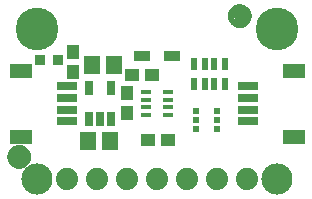
<source format=gbr>
G04 EAGLE Gerber RS-274X export*
G75*
%MOMM*%
%FSLAX34Y34*%
%LPD*%
%INSoldermask Top*%
%IPPOS*%
%AMOC8*
5,1,8,0,0,1.08239X$1,22.5*%
G01*
%ADD10C,2.641600*%
%ADD11R,1.341600X1.601600*%
%ADD12R,0.651600X1.301600*%
%ADD13R,1.101600X1.176600*%
%ADD14R,0.551600X1.001600*%
%ADD15R,0.601600X0.601600*%
%ADD16R,0.601600X0.501600*%
%ADD17C,3.617600*%
%ADD18R,1.651600X0.701600*%
%ADD19R,1.901600X1.301600*%
%ADD20C,1.101600*%
%ADD21C,0.500000*%
%ADD22R,0.901600X0.901600*%
%ADD23R,1.176600X1.101600*%
%ADD24R,1.451600X0.901600*%
%ADD25C,1.879600*%
%ADD26R,0.826600X0.451600*%


D10*
X25400Y25400D03*
X228600Y25400D03*
D11*
X67970Y57150D03*
X86970Y57150D03*
D12*
X69240Y75899D03*
X78740Y75899D03*
X88240Y75899D03*
X88240Y101901D03*
X69240Y101901D03*
D11*
X71780Y121920D03*
X90780Y121920D03*
D13*
X101600Y97654D03*
X101600Y80654D03*
D14*
X184450Y105800D03*
X184450Y122800D03*
X175450Y105800D03*
X167450Y105800D03*
X158450Y105800D03*
X158450Y122800D03*
X175450Y122800D03*
X167450Y122800D03*
D15*
X177910Y67430D03*
D16*
X177910Y74930D03*
D15*
X177910Y82430D03*
X159910Y82430D03*
D16*
X159910Y74930D03*
D15*
X159910Y67430D03*
D17*
X25400Y152400D03*
X228600Y152400D03*
D18*
X203460Y83900D03*
X203460Y93900D03*
X203460Y73900D03*
X203460Y103900D03*
D19*
X242460Y60900D03*
X242460Y116900D03*
D18*
X50540Y93900D03*
X50540Y83900D03*
X50540Y103900D03*
X50540Y73900D03*
D19*
X11540Y116900D03*
X11540Y60900D03*
D20*
X10160Y43815D03*
D21*
X10160Y51315D02*
X9979Y51313D01*
X9798Y51306D01*
X9617Y51295D01*
X9436Y51280D01*
X9256Y51260D01*
X9076Y51236D01*
X8897Y51208D01*
X8719Y51175D01*
X8542Y51138D01*
X8365Y51097D01*
X8190Y51052D01*
X8015Y51002D01*
X7842Y50948D01*
X7671Y50890D01*
X7500Y50828D01*
X7332Y50761D01*
X7165Y50691D01*
X6999Y50617D01*
X6836Y50538D01*
X6675Y50456D01*
X6515Y50370D01*
X6358Y50280D01*
X6203Y50186D01*
X6050Y50089D01*
X5900Y49987D01*
X5752Y49883D01*
X5606Y49774D01*
X5464Y49663D01*
X5324Y49547D01*
X5187Y49429D01*
X5052Y49307D01*
X4921Y49182D01*
X4793Y49054D01*
X4668Y48923D01*
X4546Y48788D01*
X4428Y48651D01*
X4312Y48511D01*
X4201Y48369D01*
X4092Y48223D01*
X3988Y48075D01*
X3886Y47925D01*
X3789Y47772D01*
X3695Y47617D01*
X3605Y47460D01*
X3519Y47300D01*
X3437Y47139D01*
X3358Y46976D01*
X3284Y46810D01*
X3214Y46643D01*
X3147Y46475D01*
X3085Y46304D01*
X3027Y46133D01*
X2973Y45960D01*
X2923Y45785D01*
X2878Y45610D01*
X2837Y45433D01*
X2800Y45256D01*
X2767Y45078D01*
X2739Y44899D01*
X2715Y44719D01*
X2695Y44539D01*
X2680Y44358D01*
X2669Y44177D01*
X2662Y43996D01*
X2660Y43815D01*
X10160Y51315D02*
X10341Y51313D01*
X10522Y51306D01*
X10703Y51295D01*
X10884Y51280D01*
X11064Y51260D01*
X11244Y51236D01*
X11423Y51208D01*
X11601Y51175D01*
X11778Y51138D01*
X11955Y51097D01*
X12130Y51052D01*
X12305Y51002D01*
X12478Y50948D01*
X12649Y50890D01*
X12820Y50828D01*
X12988Y50761D01*
X13155Y50691D01*
X13321Y50617D01*
X13484Y50538D01*
X13645Y50456D01*
X13805Y50370D01*
X13962Y50280D01*
X14117Y50186D01*
X14270Y50089D01*
X14420Y49987D01*
X14568Y49883D01*
X14714Y49774D01*
X14856Y49663D01*
X14996Y49547D01*
X15133Y49429D01*
X15268Y49307D01*
X15399Y49182D01*
X15527Y49054D01*
X15652Y48923D01*
X15774Y48788D01*
X15892Y48651D01*
X16008Y48511D01*
X16119Y48369D01*
X16228Y48223D01*
X16332Y48075D01*
X16434Y47925D01*
X16531Y47772D01*
X16625Y47617D01*
X16715Y47460D01*
X16801Y47300D01*
X16883Y47139D01*
X16962Y46976D01*
X17036Y46810D01*
X17106Y46643D01*
X17173Y46475D01*
X17235Y46304D01*
X17293Y46133D01*
X17347Y45960D01*
X17397Y45785D01*
X17442Y45610D01*
X17483Y45433D01*
X17520Y45256D01*
X17553Y45078D01*
X17581Y44899D01*
X17605Y44719D01*
X17625Y44539D01*
X17640Y44358D01*
X17651Y44177D01*
X17658Y43996D01*
X17660Y43815D01*
X17658Y43634D01*
X17651Y43453D01*
X17640Y43272D01*
X17625Y43091D01*
X17605Y42911D01*
X17581Y42731D01*
X17553Y42552D01*
X17520Y42374D01*
X17483Y42197D01*
X17442Y42020D01*
X17397Y41845D01*
X17347Y41670D01*
X17293Y41497D01*
X17235Y41326D01*
X17173Y41155D01*
X17106Y40987D01*
X17036Y40820D01*
X16962Y40654D01*
X16883Y40491D01*
X16801Y40330D01*
X16715Y40170D01*
X16625Y40013D01*
X16531Y39858D01*
X16434Y39705D01*
X16332Y39555D01*
X16228Y39407D01*
X16119Y39261D01*
X16008Y39119D01*
X15892Y38979D01*
X15774Y38842D01*
X15652Y38707D01*
X15527Y38576D01*
X15399Y38448D01*
X15268Y38323D01*
X15133Y38201D01*
X14996Y38083D01*
X14856Y37967D01*
X14714Y37856D01*
X14568Y37747D01*
X14420Y37643D01*
X14270Y37541D01*
X14117Y37444D01*
X13962Y37350D01*
X13805Y37260D01*
X13645Y37174D01*
X13484Y37092D01*
X13321Y37013D01*
X13155Y36939D01*
X12988Y36869D01*
X12820Y36802D01*
X12649Y36740D01*
X12478Y36682D01*
X12305Y36628D01*
X12130Y36578D01*
X11955Y36533D01*
X11778Y36492D01*
X11601Y36455D01*
X11423Y36422D01*
X11244Y36394D01*
X11064Y36370D01*
X10884Y36350D01*
X10703Y36335D01*
X10522Y36324D01*
X10341Y36317D01*
X10160Y36315D01*
X9979Y36317D01*
X9798Y36324D01*
X9617Y36335D01*
X9436Y36350D01*
X9256Y36370D01*
X9076Y36394D01*
X8897Y36422D01*
X8719Y36455D01*
X8542Y36492D01*
X8365Y36533D01*
X8190Y36578D01*
X8015Y36628D01*
X7842Y36682D01*
X7671Y36740D01*
X7500Y36802D01*
X7332Y36869D01*
X7165Y36939D01*
X6999Y37013D01*
X6836Y37092D01*
X6675Y37174D01*
X6515Y37260D01*
X6358Y37350D01*
X6203Y37444D01*
X6050Y37541D01*
X5900Y37643D01*
X5752Y37747D01*
X5606Y37856D01*
X5464Y37967D01*
X5324Y38083D01*
X5187Y38201D01*
X5052Y38323D01*
X4921Y38448D01*
X4793Y38576D01*
X4668Y38707D01*
X4546Y38842D01*
X4428Y38979D01*
X4312Y39119D01*
X4201Y39261D01*
X4092Y39407D01*
X3988Y39555D01*
X3886Y39705D01*
X3789Y39858D01*
X3695Y40013D01*
X3605Y40170D01*
X3519Y40330D01*
X3437Y40491D01*
X3358Y40654D01*
X3284Y40820D01*
X3214Y40987D01*
X3147Y41155D01*
X3085Y41326D01*
X3027Y41497D01*
X2973Y41670D01*
X2923Y41845D01*
X2878Y42020D01*
X2837Y42197D01*
X2800Y42374D01*
X2767Y42552D01*
X2739Y42731D01*
X2715Y42911D01*
X2695Y43091D01*
X2680Y43272D01*
X2669Y43453D01*
X2662Y43634D01*
X2660Y43815D01*
D20*
X196850Y162941D03*
D21*
X196850Y170441D02*
X196669Y170439D01*
X196488Y170432D01*
X196307Y170421D01*
X196126Y170406D01*
X195946Y170386D01*
X195766Y170362D01*
X195587Y170334D01*
X195409Y170301D01*
X195232Y170264D01*
X195055Y170223D01*
X194880Y170178D01*
X194705Y170128D01*
X194532Y170074D01*
X194361Y170016D01*
X194190Y169954D01*
X194022Y169887D01*
X193855Y169817D01*
X193689Y169743D01*
X193526Y169664D01*
X193365Y169582D01*
X193205Y169496D01*
X193048Y169406D01*
X192893Y169312D01*
X192740Y169215D01*
X192590Y169113D01*
X192442Y169009D01*
X192296Y168900D01*
X192154Y168789D01*
X192014Y168673D01*
X191877Y168555D01*
X191742Y168433D01*
X191611Y168308D01*
X191483Y168180D01*
X191358Y168049D01*
X191236Y167914D01*
X191118Y167777D01*
X191002Y167637D01*
X190891Y167495D01*
X190782Y167349D01*
X190678Y167201D01*
X190576Y167051D01*
X190479Y166898D01*
X190385Y166743D01*
X190295Y166586D01*
X190209Y166426D01*
X190127Y166265D01*
X190048Y166102D01*
X189974Y165936D01*
X189904Y165769D01*
X189837Y165601D01*
X189775Y165430D01*
X189717Y165259D01*
X189663Y165086D01*
X189613Y164911D01*
X189568Y164736D01*
X189527Y164559D01*
X189490Y164382D01*
X189457Y164204D01*
X189429Y164025D01*
X189405Y163845D01*
X189385Y163665D01*
X189370Y163484D01*
X189359Y163303D01*
X189352Y163122D01*
X189350Y162941D01*
X196850Y170441D02*
X197031Y170439D01*
X197212Y170432D01*
X197393Y170421D01*
X197574Y170406D01*
X197754Y170386D01*
X197934Y170362D01*
X198113Y170334D01*
X198291Y170301D01*
X198468Y170264D01*
X198645Y170223D01*
X198820Y170178D01*
X198995Y170128D01*
X199168Y170074D01*
X199339Y170016D01*
X199510Y169954D01*
X199678Y169887D01*
X199845Y169817D01*
X200011Y169743D01*
X200174Y169664D01*
X200335Y169582D01*
X200495Y169496D01*
X200652Y169406D01*
X200807Y169312D01*
X200960Y169215D01*
X201110Y169113D01*
X201258Y169009D01*
X201404Y168900D01*
X201546Y168789D01*
X201686Y168673D01*
X201823Y168555D01*
X201958Y168433D01*
X202089Y168308D01*
X202217Y168180D01*
X202342Y168049D01*
X202464Y167914D01*
X202582Y167777D01*
X202698Y167637D01*
X202809Y167495D01*
X202918Y167349D01*
X203022Y167201D01*
X203124Y167051D01*
X203221Y166898D01*
X203315Y166743D01*
X203405Y166586D01*
X203491Y166426D01*
X203573Y166265D01*
X203652Y166102D01*
X203726Y165936D01*
X203796Y165769D01*
X203863Y165601D01*
X203925Y165430D01*
X203983Y165259D01*
X204037Y165086D01*
X204087Y164911D01*
X204132Y164736D01*
X204173Y164559D01*
X204210Y164382D01*
X204243Y164204D01*
X204271Y164025D01*
X204295Y163845D01*
X204315Y163665D01*
X204330Y163484D01*
X204341Y163303D01*
X204348Y163122D01*
X204350Y162941D01*
X204348Y162760D01*
X204341Y162579D01*
X204330Y162398D01*
X204315Y162217D01*
X204295Y162037D01*
X204271Y161857D01*
X204243Y161678D01*
X204210Y161500D01*
X204173Y161323D01*
X204132Y161146D01*
X204087Y160971D01*
X204037Y160796D01*
X203983Y160623D01*
X203925Y160452D01*
X203863Y160281D01*
X203796Y160113D01*
X203726Y159946D01*
X203652Y159780D01*
X203573Y159617D01*
X203491Y159456D01*
X203405Y159296D01*
X203315Y159139D01*
X203221Y158984D01*
X203124Y158831D01*
X203022Y158681D01*
X202918Y158533D01*
X202809Y158387D01*
X202698Y158245D01*
X202582Y158105D01*
X202464Y157968D01*
X202342Y157833D01*
X202217Y157702D01*
X202089Y157574D01*
X201958Y157449D01*
X201823Y157327D01*
X201686Y157209D01*
X201546Y157093D01*
X201404Y156982D01*
X201258Y156873D01*
X201110Y156769D01*
X200960Y156667D01*
X200807Y156570D01*
X200652Y156476D01*
X200495Y156386D01*
X200335Y156300D01*
X200174Y156218D01*
X200011Y156139D01*
X199845Y156065D01*
X199678Y155995D01*
X199510Y155928D01*
X199339Y155866D01*
X199168Y155808D01*
X198995Y155754D01*
X198820Y155704D01*
X198645Y155659D01*
X198468Y155618D01*
X198291Y155581D01*
X198113Y155548D01*
X197934Y155520D01*
X197754Y155496D01*
X197574Y155476D01*
X197393Y155461D01*
X197212Y155450D01*
X197031Y155443D01*
X196850Y155441D01*
X196669Y155443D01*
X196488Y155450D01*
X196307Y155461D01*
X196126Y155476D01*
X195946Y155496D01*
X195766Y155520D01*
X195587Y155548D01*
X195409Y155581D01*
X195232Y155618D01*
X195055Y155659D01*
X194880Y155704D01*
X194705Y155754D01*
X194532Y155808D01*
X194361Y155866D01*
X194190Y155928D01*
X194022Y155995D01*
X193855Y156065D01*
X193689Y156139D01*
X193526Y156218D01*
X193365Y156300D01*
X193205Y156386D01*
X193048Y156476D01*
X192893Y156570D01*
X192740Y156667D01*
X192590Y156769D01*
X192442Y156873D01*
X192296Y156982D01*
X192154Y157093D01*
X192014Y157209D01*
X191877Y157327D01*
X191742Y157449D01*
X191611Y157574D01*
X191483Y157702D01*
X191358Y157833D01*
X191236Y157968D01*
X191118Y158105D01*
X191002Y158245D01*
X190891Y158387D01*
X190782Y158533D01*
X190678Y158681D01*
X190576Y158831D01*
X190479Y158984D01*
X190385Y159139D01*
X190295Y159296D01*
X190209Y159456D01*
X190127Y159617D01*
X190048Y159780D01*
X189974Y159946D01*
X189904Y160113D01*
X189837Y160281D01*
X189775Y160452D01*
X189717Y160623D01*
X189663Y160796D01*
X189613Y160971D01*
X189568Y161146D01*
X189527Y161323D01*
X189490Y161500D01*
X189457Y161678D01*
X189429Y161857D01*
X189405Y162037D01*
X189385Y162217D01*
X189370Y162398D01*
X189359Y162579D01*
X189352Y162760D01*
X189350Y162941D01*
D22*
X28060Y125730D03*
X43060Y125730D03*
D13*
X55880Y132960D03*
X55880Y115960D03*
D23*
X119008Y57912D03*
X136008Y57912D03*
D24*
X139700Y129540D03*
X114300Y129540D03*
D23*
X122800Y113030D03*
X105800Y113030D03*
D25*
X50800Y25400D03*
X76200Y25400D03*
X101600Y25400D03*
X127000Y25400D03*
X152400Y25400D03*
X177800Y25400D03*
X203200Y25400D03*
D26*
X136250Y98650D03*
X136250Y92150D03*
X136250Y85650D03*
X136250Y79150D03*
X117750Y79150D03*
X117750Y85650D03*
X117750Y92150D03*
X117750Y98650D03*
M02*

</source>
